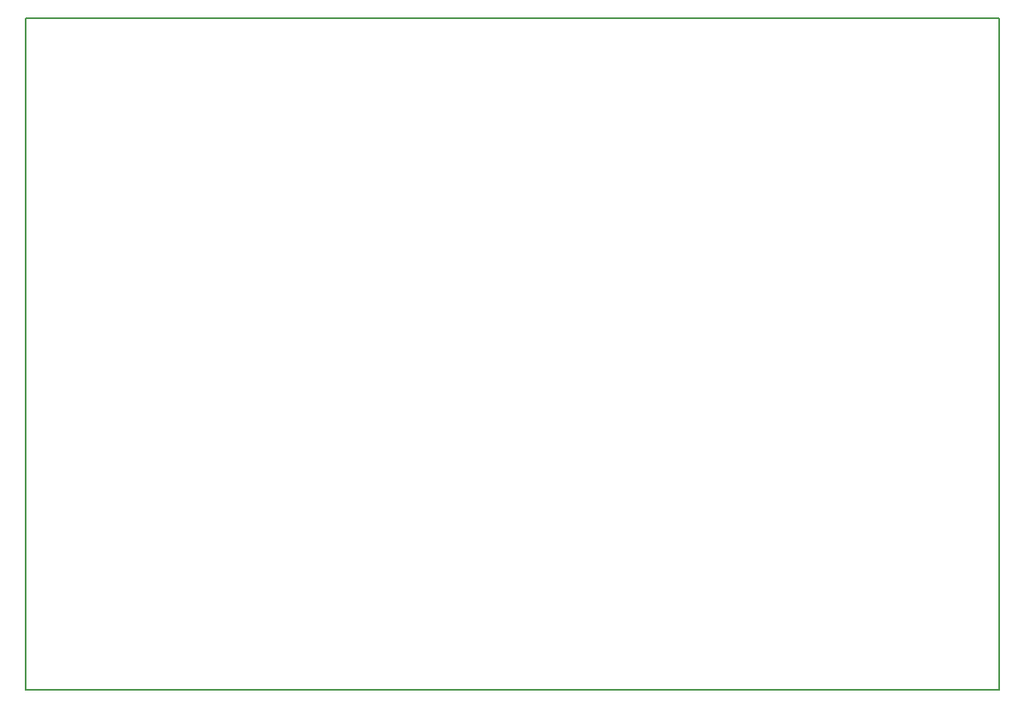
<source format=gm1>
G04 MADE WITH FRITZING*
G04 WWW.FRITZING.ORG*
G04 DOUBLE SIDED*
G04 HOLES PLATED*
G04 CONTOUR ON CENTER OF CONTOUR VECTOR*
%ASAXBY*%
%FSLAX23Y23*%
%MOIN*%
%OFA0B0*%
%SFA1.0B1.0*%
%ADD10R,3.928770X2.716540*%
%ADD11C,0.008000*%
%ADD10C,0.008*%
%LNCONTOUR*%
G90*
G70*
G54D10*
G54D11*
X4Y2713D02*
X3925Y2713D01*
X3925Y4D01*
X4Y4D01*
X4Y2713D01*
D02*
G04 End of contour*
M02*
</source>
